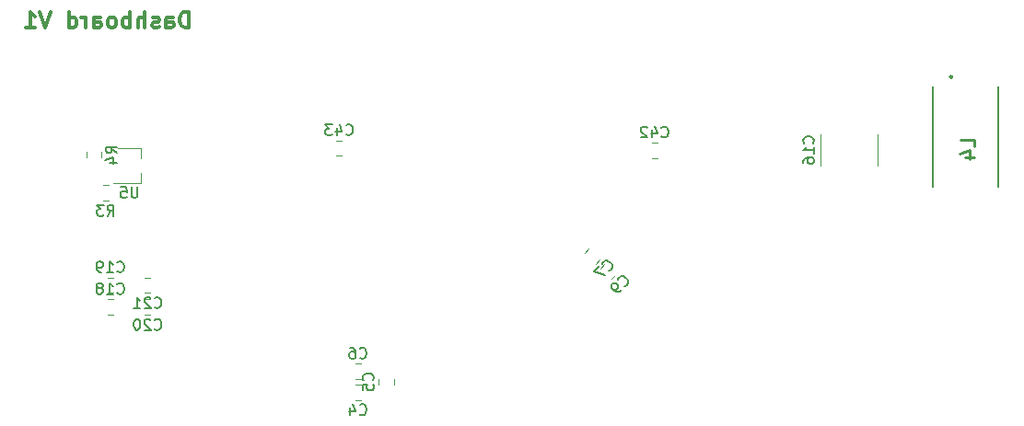
<source format=gbr>
G04 #@! TF.GenerationSoftware,KiCad,Pcbnew,(5.0.2)-1*
G04 #@! TF.CreationDate,2019-03-03T22:50:42-06:00*
G04 #@! TF.ProjectId,Dashboard,44617368-626f-4617-9264-2e6b69636164,rev?*
G04 #@! TF.SameCoordinates,Original*
G04 #@! TF.FileFunction,Legend,Bot*
G04 #@! TF.FilePolarity,Positive*
%FSLAX46Y46*%
G04 Gerber Fmt 4.6, Leading zero omitted, Abs format (unit mm)*
G04 Created by KiCad (PCBNEW (5.0.2)-1) date 3/3/2019 10:50:42 PM*
%MOMM*%
%LPD*%
G01*
G04 APERTURE LIST*
%ADD10C,0.300000*%
%ADD11C,0.120000*%
%ADD12C,0.200000*%
%ADD13C,0.254000*%
%ADD14C,0.150000*%
G04 APERTURE END LIST*
D10*
X141714285Y-54928571D02*
X141714285Y-53428571D01*
X141357142Y-53428571D01*
X141142857Y-53500000D01*
X141000000Y-53642857D01*
X140928571Y-53785714D01*
X140857142Y-54071428D01*
X140857142Y-54285714D01*
X140928571Y-54571428D01*
X141000000Y-54714285D01*
X141142857Y-54857142D01*
X141357142Y-54928571D01*
X141714285Y-54928571D01*
X139571428Y-54928571D02*
X139571428Y-54142857D01*
X139642857Y-54000000D01*
X139785714Y-53928571D01*
X140071428Y-53928571D01*
X140214285Y-54000000D01*
X139571428Y-54857142D02*
X139714285Y-54928571D01*
X140071428Y-54928571D01*
X140214285Y-54857142D01*
X140285714Y-54714285D01*
X140285714Y-54571428D01*
X140214285Y-54428571D01*
X140071428Y-54357142D01*
X139714285Y-54357142D01*
X139571428Y-54285714D01*
X138928571Y-54857142D02*
X138785714Y-54928571D01*
X138500000Y-54928571D01*
X138357142Y-54857142D01*
X138285714Y-54714285D01*
X138285714Y-54642857D01*
X138357142Y-54500000D01*
X138500000Y-54428571D01*
X138714285Y-54428571D01*
X138857142Y-54357142D01*
X138928571Y-54214285D01*
X138928571Y-54142857D01*
X138857142Y-54000000D01*
X138714285Y-53928571D01*
X138500000Y-53928571D01*
X138357142Y-54000000D01*
X137642857Y-54928571D02*
X137642857Y-53428571D01*
X137000000Y-54928571D02*
X137000000Y-54142857D01*
X137071428Y-54000000D01*
X137214285Y-53928571D01*
X137428571Y-53928571D01*
X137571428Y-54000000D01*
X137642857Y-54071428D01*
X136285714Y-54928571D02*
X136285714Y-53428571D01*
X136285714Y-54000000D02*
X136142857Y-53928571D01*
X135857142Y-53928571D01*
X135714285Y-54000000D01*
X135642857Y-54071428D01*
X135571428Y-54214285D01*
X135571428Y-54642857D01*
X135642857Y-54785714D01*
X135714285Y-54857142D01*
X135857142Y-54928571D01*
X136142857Y-54928571D01*
X136285714Y-54857142D01*
X134714285Y-54928571D02*
X134857142Y-54857142D01*
X134928571Y-54785714D01*
X135000000Y-54642857D01*
X135000000Y-54214285D01*
X134928571Y-54071428D01*
X134857142Y-54000000D01*
X134714285Y-53928571D01*
X134500000Y-53928571D01*
X134357142Y-54000000D01*
X134285714Y-54071428D01*
X134214285Y-54214285D01*
X134214285Y-54642857D01*
X134285714Y-54785714D01*
X134357142Y-54857142D01*
X134500000Y-54928571D01*
X134714285Y-54928571D01*
X132928571Y-54928571D02*
X132928571Y-54142857D01*
X133000000Y-54000000D01*
X133142857Y-53928571D01*
X133428571Y-53928571D01*
X133571428Y-54000000D01*
X132928571Y-54857142D02*
X133071428Y-54928571D01*
X133428571Y-54928571D01*
X133571428Y-54857142D01*
X133642857Y-54714285D01*
X133642857Y-54571428D01*
X133571428Y-54428571D01*
X133428571Y-54357142D01*
X133071428Y-54357142D01*
X132928571Y-54285714D01*
X132214285Y-54928571D02*
X132214285Y-53928571D01*
X132214285Y-54214285D02*
X132142857Y-54071428D01*
X132071428Y-54000000D01*
X131928571Y-53928571D01*
X131785714Y-53928571D01*
X130642857Y-54928571D02*
X130642857Y-53428571D01*
X130642857Y-54857142D02*
X130785714Y-54928571D01*
X131071428Y-54928571D01*
X131214285Y-54857142D01*
X131285714Y-54785714D01*
X131357142Y-54642857D01*
X131357142Y-54214285D01*
X131285714Y-54071428D01*
X131214285Y-54000000D01*
X131071428Y-53928571D01*
X130785714Y-53928571D01*
X130642857Y-54000000D01*
X129000000Y-53428571D02*
X128500000Y-54928571D01*
X128000000Y-53428571D01*
X126714285Y-54928571D02*
X127571428Y-54928571D01*
X127142857Y-54928571D02*
X127142857Y-53428571D01*
X127285714Y-53642857D01*
X127428571Y-53785714D01*
X127571428Y-53857142D01*
D11*
G04 #@! TO.C,C7*
X178078025Y-75617883D02*
X178443709Y-75252199D01*
X179082117Y-76621975D02*
X179447801Y-76256291D01*
G04 #@! TO.C,C9*
X180519204Y-78047801D02*
X180884888Y-77682117D01*
X179515112Y-77043709D02*
X179880796Y-76678025D01*
G04 #@! TO.C,C4*
X156967612Y-89158514D02*
X157484768Y-89158514D01*
X156967612Y-87738514D02*
X157484768Y-87738514D01*
G04 #@! TO.C,C5*
X159153690Y-87252436D02*
X159153690Y-87769592D01*
X160573690Y-87252436D02*
X160573690Y-87769592D01*
G04 #@! TO.C,C6*
X157484768Y-87258514D02*
X156967612Y-87258514D01*
X157484768Y-85838514D02*
X156967612Y-85838514D01*
G04 #@! TO.C,C16*
X199757868Y-64757816D02*
X199757868Y-67589312D01*
X204977868Y-64757816D02*
X204977868Y-67589312D01*
G04 #@! TO.C,C18*
X134717448Y-81325162D02*
X134200292Y-81325162D01*
X134717448Y-79905162D02*
X134200292Y-79905162D01*
G04 #@! TO.C,C19*
X134717448Y-77905162D02*
X134200292Y-77905162D01*
X134717448Y-79325162D02*
X134200292Y-79325162D01*
G04 #@! TO.C,C20*
X137637792Y-79905162D02*
X138154948Y-79905162D01*
X137637792Y-81325162D02*
X138154948Y-81325162D01*
G04 #@! TO.C,C21*
X137637792Y-79325162D02*
X138154948Y-79325162D01*
X137637792Y-77905162D02*
X138154948Y-77905162D01*
G04 #@! TO.C,C42*
X184758578Y-65490000D02*
X184241422Y-65490000D01*
X184758578Y-66910000D02*
X184241422Y-66910000D01*
G04 #@! TO.C,C43*
X155758578Y-66710000D02*
X155241422Y-66710000D01*
X155758578Y-65290000D02*
X155241422Y-65290000D01*
D12*
G04 #@! TO.C,L4*
X210117868Y-60323564D02*
X210117868Y-69523564D01*
X216117868Y-69523564D02*
X216117868Y-60323564D01*
D13*
X211855868Y-59437564D02*
G75*
G03X211855868Y-59437564I-91000J0D01*
G01*
D11*
G04 #@! TO.C,R3*
X133762792Y-70825162D02*
X134279948Y-70825162D01*
X133762792Y-69405162D02*
X134279948Y-69405162D01*
G04 #@! TO.C,R4*
X132248870Y-66873740D02*
X132248870Y-66356584D01*
X133668870Y-66873740D02*
X133668870Y-66356584D01*
G04 #@! TO.C,U5*
X137283870Y-69225162D02*
X137283870Y-68315162D01*
X137283870Y-66915162D02*
X137283870Y-66005162D01*
X134708870Y-69225162D02*
X137283870Y-69225162D01*
X135133870Y-66005162D02*
X137283870Y-66005162D01*
G04 #@! TO.C,C7*
D14*
X180300028Y-77238500D02*
X180367371Y-77238500D01*
X180502058Y-77171156D01*
X180569402Y-77103813D01*
X180636745Y-76969125D01*
X180636745Y-76834438D01*
X180603074Y-76733423D01*
X180502058Y-76565064D01*
X180401043Y-76464049D01*
X180232684Y-76363034D01*
X180131669Y-76329362D01*
X179996982Y-76329362D01*
X179862295Y-76396706D01*
X179794951Y-76464049D01*
X179727608Y-76598736D01*
X179727608Y-76666080D01*
X179424562Y-76834438D02*
X178953158Y-77305843D01*
X179963310Y-77709904D01*
G04 #@! TO.C,C9*
X181737115Y-78664326D02*
X181804458Y-78664326D01*
X181939145Y-78596982D01*
X182006489Y-78529639D01*
X182073832Y-78394951D01*
X182073832Y-78260264D01*
X182040161Y-78159249D01*
X181939145Y-77990890D01*
X181838130Y-77889875D01*
X181669771Y-77788860D01*
X181568756Y-77755188D01*
X181434069Y-77755188D01*
X181299382Y-77822532D01*
X181232038Y-77889875D01*
X181164695Y-78024562D01*
X181164695Y-78091906D01*
X181467741Y-79068387D02*
X181333054Y-79203074D01*
X181232038Y-79236745D01*
X181164695Y-79236745D01*
X180996336Y-79203074D01*
X180827977Y-79102058D01*
X180558603Y-78832684D01*
X180524932Y-78731669D01*
X180524932Y-78664326D01*
X180558603Y-78563310D01*
X180693290Y-78428623D01*
X180794306Y-78394951D01*
X180861649Y-78394951D01*
X180962664Y-78428623D01*
X181131023Y-78596982D01*
X181164695Y-78697997D01*
X181164695Y-78765341D01*
X181131023Y-78866356D01*
X180996336Y-79001043D01*
X180895321Y-79034715D01*
X180827977Y-79034715D01*
X180726962Y-79001043D01*
G04 #@! TO.C,C4*
X157392856Y-90455656D02*
X157440475Y-90503275D01*
X157583332Y-90550894D01*
X157678570Y-90550894D01*
X157821428Y-90503275D01*
X157916666Y-90408037D01*
X157964285Y-90312799D01*
X158011904Y-90122323D01*
X158011904Y-89979466D01*
X157964285Y-89788990D01*
X157916666Y-89693752D01*
X157821428Y-89598514D01*
X157678570Y-89550894D01*
X157583332Y-89550894D01*
X157440475Y-89598514D01*
X157392856Y-89646133D01*
X156535713Y-89884228D02*
X156535713Y-90550894D01*
X156773809Y-89503275D02*
X157011904Y-90217561D01*
X156392856Y-90217561D01*
G04 #@! TO.C,C5*
X158570832Y-87344347D02*
X158618451Y-87296728D01*
X158666070Y-87153871D01*
X158666070Y-87058633D01*
X158618451Y-86915775D01*
X158523213Y-86820537D01*
X158427975Y-86772918D01*
X158237499Y-86725299D01*
X158094642Y-86725299D01*
X157904166Y-86772918D01*
X157808928Y-86820537D01*
X157713690Y-86915775D01*
X157666070Y-87058633D01*
X157666070Y-87153871D01*
X157713690Y-87296728D01*
X157761309Y-87344347D01*
X157666070Y-88249109D02*
X157666070Y-87772918D01*
X158142261Y-87725299D01*
X158094642Y-87772918D01*
X158047023Y-87868156D01*
X158047023Y-88106252D01*
X158094642Y-88201490D01*
X158142261Y-88249109D01*
X158237499Y-88296728D01*
X158475594Y-88296728D01*
X158570832Y-88249109D01*
X158618451Y-88201490D01*
X158666070Y-88106252D01*
X158666070Y-87868156D01*
X158618451Y-87772918D01*
X158570832Y-87725299D01*
G04 #@! TO.C,C6*
X157392856Y-85255656D02*
X157440475Y-85303275D01*
X157583332Y-85350894D01*
X157678570Y-85350894D01*
X157821428Y-85303275D01*
X157916666Y-85208037D01*
X157964285Y-85112799D01*
X158011904Y-84922323D01*
X158011904Y-84779466D01*
X157964285Y-84588990D01*
X157916666Y-84493752D01*
X157821428Y-84398514D01*
X157678570Y-84350894D01*
X157583332Y-84350894D01*
X157440475Y-84398514D01*
X157392856Y-84446133D01*
X156535713Y-84350894D02*
X156726190Y-84350894D01*
X156821428Y-84398514D01*
X156869047Y-84446133D01*
X156964285Y-84588990D01*
X157011904Y-84779466D01*
X157011904Y-85160418D01*
X156964285Y-85255656D01*
X156916666Y-85303275D01*
X156821428Y-85350894D01*
X156630951Y-85350894D01*
X156535713Y-85303275D01*
X156488094Y-85255656D01*
X156440475Y-85160418D01*
X156440475Y-84922323D01*
X156488094Y-84827085D01*
X156535713Y-84779466D01*
X156630951Y-84731847D01*
X156821428Y-84731847D01*
X156916666Y-84779466D01*
X156964285Y-84827085D01*
X157011904Y-84922323D01*
G04 #@! TO.C,C16*
X199075010Y-65530706D02*
X199122629Y-65483087D01*
X199170248Y-65340230D01*
X199170248Y-65244992D01*
X199122629Y-65102135D01*
X199027391Y-65006897D01*
X198932153Y-64959278D01*
X198741677Y-64911659D01*
X198598820Y-64911659D01*
X198408344Y-64959278D01*
X198313106Y-65006897D01*
X198217868Y-65102135D01*
X198170248Y-65244992D01*
X198170248Y-65340230D01*
X198217868Y-65483087D01*
X198265487Y-65530706D01*
X199170248Y-66483087D02*
X199170248Y-65911659D01*
X199170248Y-66197373D02*
X198170248Y-66197373D01*
X198313106Y-66102135D01*
X198408344Y-66006897D01*
X198455963Y-65911659D01*
X198170248Y-67340230D02*
X198170248Y-67149754D01*
X198217868Y-67054516D01*
X198265487Y-67006897D01*
X198408344Y-66911659D01*
X198598820Y-66864040D01*
X198979772Y-66864040D01*
X199075010Y-66911659D01*
X199122629Y-66959278D01*
X199170248Y-67054516D01*
X199170248Y-67244992D01*
X199122629Y-67340230D01*
X199075010Y-67387849D01*
X198979772Y-67435468D01*
X198741677Y-67435468D01*
X198646439Y-67387849D01*
X198598820Y-67340230D01*
X198551201Y-67244992D01*
X198551201Y-67054516D01*
X198598820Y-66959278D01*
X198646439Y-66911659D01*
X198741677Y-66864040D01*
G04 #@! TO.C,C18*
X135101727Y-79322304D02*
X135149346Y-79369923D01*
X135292203Y-79417542D01*
X135387441Y-79417542D01*
X135530298Y-79369923D01*
X135625536Y-79274685D01*
X135673155Y-79179447D01*
X135720774Y-78988971D01*
X135720774Y-78846114D01*
X135673155Y-78655638D01*
X135625536Y-78560400D01*
X135530298Y-78465162D01*
X135387441Y-78417542D01*
X135292203Y-78417542D01*
X135149346Y-78465162D01*
X135101727Y-78512781D01*
X134149346Y-79417542D02*
X134720774Y-79417542D01*
X134435060Y-79417542D02*
X134435060Y-78417542D01*
X134530298Y-78560400D01*
X134625536Y-78655638D01*
X134720774Y-78703257D01*
X133577917Y-78846114D02*
X133673155Y-78798495D01*
X133720774Y-78750876D01*
X133768393Y-78655638D01*
X133768393Y-78608019D01*
X133720774Y-78512781D01*
X133673155Y-78465162D01*
X133577917Y-78417542D01*
X133387441Y-78417542D01*
X133292203Y-78465162D01*
X133244584Y-78512781D01*
X133196965Y-78608019D01*
X133196965Y-78655638D01*
X133244584Y-78750876D01*
X133292203Y-78798495D01*
X133387441Y-78846114D01*
X133577917Y-78846114D01*
X133673155Y-78893733D01*
X133720774Y-78941352D01*
X133768393Y-79036590D01*
X133768393Y-79227066D01*
X133720774Y-79322304D01*
X133673155Y-79369923D01*
X133577917Y-79417542D01*
X133387441Y-79417542D01*
X133292203Y-79369923D01*
X133244584Y-79322304D01*
X133196965Y-79227066D01*
X133196965Y-79036590D01*
X133244584Y-78941352D01*
X133292203Y-78893733D01*
X133387441Y-78846114D01*
G04 #@! TO.C,C19*
X135101727Y-77322304D02*
X135149346Y-77369923D01*
X135292203Y-77417542D01*
X135387441Y-77417542D01*
X135530298Y-77369923D01*
X135625536Y-77274685D01*
X135673155Y-77179447D01*
X135720774Y-76988971D01*
X135720774Y-76846114D01*
X135673155Y-76655638D01*
X135625536Y-76560400D01*
X135530298Y-76465162D01*
X135387441Y-76417542D01*
X135292203Y-76417542D01*
X135149346Y-76465162D01*
X135101727Y-76512781D01*
X134149346Y-77417542D02*
X134720774Y-77417542D01*
X134435060Y-77417542D02*
X134435060Y-76417542D01*
X134530298Y-76560400D01*
X134625536Y-76655638D01*
X134720774Y-76703257D01*
X133673155Y-77417542D02*
X133482679Y-77417542D01*
X133387441Y-77369923D01*
X133339822Y-77322304D01*
X133244584Y-77179447D01*
X133196965Y-76988971D01*
X133196965Y-76608019D01*
X133244584Y-76512781D01*
X133292203Y-76465162D01*
X133387441Y-76417542D01*
X133577917Y-76417542D01*
X133673155Y-76465162D01*
X133720774Y-76512781D01*
X133768393Y-76608019D01*
X133768393Y-76846114D01*
X133720774Y-76941352D01*
X133673155Y-76988971D01*
X133577917Y-77036590D01*
X133387441Y-77036590D01*
X133292203Y-76988971D01*
X133244584Y-76941352D01*
X133196965Y-76846114D01*
G04 #@! TO.C,C20*
X138539227Y-82622304D02*
X138586846Y-82669923D01*
X138729703Y-82717542D01*
X138824941Y-82717542D01*
X138967798Y-82669923D01*
X139063036Y-82574685D01*
X139110655Y-82479447D01*
X139158274Y-82288971D01*
X139158274Y-82146114D01*
X139110655Y-81955638D01*
X139063036Y-81860400D01*
X138967798Y-81765162D01*
X138824941Y-81717542D01*
X138729703Y-81717542D01*
X138586846Y-81765162D01*
X138539227Y-81812781D01*
X138158274Y-81812781D02*
X138110655Y-81765162D01*
X138015417Y-81717542D01*
X137777322Y-81717542D01*
X137682084Y-81765162D01*
X137634465Y-81812781D01*
X137586846Y-81908019D01*
X137586846Y-82003257D01*
X137634465Y-82146114D01*
X138205893Y-82717542D01*
X137586846Y-82717542D01*
X136967798Y-81717542D02*
X136872560Y-81717542D01*
X136777322Y-81765162D01*
X136729703Y-81812781D01*
X136682084Y-81908019D01*
X136634465Y-82098495D01*
X136634465Y-82336590D01*
X136682084Y-82527066D01*
X136729703Y-82622304D01*
X136777322Y-82669923D01*
X136872560Y-82717542D01*
X136967798Y-82717542D01*
X137063036Y-82669923D01*
X137110655Y-82622304D01*
X137158274Y-82527066D01*
X137205893Y-82336590D01*
X137205893Y-82098495D01*
X137158274Y-81908019D01*
X137110655Y-81812781D01*
X137063036Y-81765162D01*
X136967798Y-81717542D01*
G04 #@! TO.C,C21*
X138539227Y-80622304D02*
X138586846Y-80669923D01*
X138729703Y-80717542D01*
X138824941Y-80717542D01*
X138967798Y-80669923D01*
X139063036Y-80574685D01*
X139110655Y-80479447D01*
X139158274Y-80288971D01*
X139158274Y-80146114D01*
X139110655Y-79955638D01*
X139063036Y-79860400D01*
X138967798Y-79765162D01*
X138824941Y-79717542D01*
X138729703Y-79717542D01*
X138586846Y-79765162D01*
X138539227Y-79812781D01*
X138158274Y-79812781D02*
X138110655Y-79765162D01*
X138015417Y-79717542D01*
X137777322Y-79717542D01*
X137682084Y-79765162D01*
X137634465Y-79812781D01*
X137586846Y-79908019D01*
X137586846Y-80003257D01*
X137634465Y-80146114D01*
X138205893Y-80717542D01*
X137586846Y-80717542D01*
X136634465Y-80717542D02*
X137205893Y-80717542D01*
X136920179Y-80717542D02*
X136920179Y-79717542D01*
X137015417Y-79860400D01*
X137110655Y-79955638D01*
X137205893Y-80003257D01*
G04 #@! TO.C,C42*
X185142857Y-64907142D02*
X185190476Y-64954761D01*
X185333333Y-65002380D01*
X185428571Y-65002380D01*
X185571428Y-64954761D01*
X185666666Y-64859523D01*
X185714285Y-64764285D01*
X185761904Y-64573809D01*
X185761904Y-64430952D01*
X185714285Y-64240476D01*
X185666666Y-64145238D01*
X185571428Y-64050000D01*
X185428571Y-64002380D01*
X185333333Y-64002380D01*
X185190476Y-64050000D01*
X185142857Y-64097619D01*
X184285714Y-64335714D02*
X184285714Y-65002380D01*
X184523809Y-63954761D02*
X184761904Y-64669047D01*
X184142857Y-64669047D01*
X183809523Y-64097619D02*
X183761904Y-64050000D01*
X183666666Y-64002380D01*
X183428571Y-64002380D01*
X183333333Y-64050000D01*
X183285714Y-64097619D01*
X183238095Y-64192857D01*
X183238095Y-64288095D01*
X183285714Y-64430952D01*
X183857142Y-65002380D01*
X183238095Y-65002380D01*
G04 #@! TO.C,C43*
X156142857Y-64707142D02*
X156190476Y-64754761D01*
X156333333Y-64802380D01*
X156428571Y-64802380D01*
X156571428Y-64754761D01*
X156666666Y-64659523D01*
X156714285Y-64564285D01*
X156761904Y-64373809D01*
X156761904Y-64230952D01*
X156714285Y-64040476D01*
X156666666Y-63945238D01*
X156571428Y-63850000D01*
X156428571Y-63802380D01*
X156333333Y-63802380D01*
X156190476Y-63850000D01*
X156142857Y-63897619D01*
X155285714Y-64135714D02*
X155285714Y-64802380D01*
X155523809Y-63754761D02*
X155761904Y-64469047D01*
X155142857Y-64469047D01*
X154857142Y-63802380D02*
X154238095Y-63802380D01*
X154571428Y-64183333D01*
X154428571Y-64183333D01*
X154333333Y-64230952D01*
X154285714Y-64278571D01*
X154238095Y-64373809D01*
X154238095Y-64611904D01*
X154285714Y-64707142D01*
X154333333Y-64754761D01*
X154428571Y-64802380D01*
X154714285Y-64802380D01*
X154809523Y-64754761D01*
X154857142Y-64707142D01*
G04 #@! TO.C,L4*
D13*
X213860391Y-65838897D02*
X213860391Y-65234135D01*
X212590391Y-65234135D01*
X213013725Y-66806516D02*
X213860391Y-66806516D01*
X212529915Y-66504135D02*
X213437058Y-66201754D01*
X213437058Y-66987944D01*
G04 #@! TO.C,R3*
D14*
X134188036Y-72217542D02*
X134521370Y-71741352D01*
X134759465Y-72217542D02*
X134759465Y-71217542D01*
X134378512Y-71217542D01*
X134283274Y-71265162D01*
X134235655Y-71312781D01*
X134188036Y-71408019D01*
X134188036Y-71550876D01*
X134235655Y-71646114D01*
X134283274Y-71693733D01*
X134378512Y-71741352D01*
X134759465Y-71741352D01*
X133854703Y-71217542D02*
X133235655Y-71217542D01*
X133568989Y-71598495D01*
X133426131Y-71598495D01*
X133330893Y-71646114D01*
X133283274Y-71693733D01*
X133235655Y-71788971D01*
X133235655Y-72027066D01*
X133283274Y-72122304D01*
X133330893Y-72169923D01*
X133426131Y-72217542D01*
X133711846Y-72217542D01*
X133807084Y-72169923D01*
X133854703Y-72122304D01*
G04 #@! TO.C,R4*
X135061250Y-66448495D02*
X134585060Y-66115162D01*
X135061250Y-65877066D02*
X134061250Y-65877066D01*
X134061250Y-66258019D01*
X134108870Y-66353257D01*
X134156489Y-66400876D01*
X134251727Y-66448495D01*
X134394584Y-66448495D01*
X134489822Y-66400876D01*
X134537441Y-66353257D01*
X134585060Y-66258019D01*
X134585060Y-65877066D01*
X134394584Y-67305638D02*
X135061250Y-67305638D01*
X134013631Y-67067542D02*
X134727917Y-66829447D01*
X134727917Y-67448495D01*
G04 #@! TO.C,U5*
X136970774Y-69567542D02*
X136970774Y-70377066D01*
X136923155Y-70472304D01*
X136875536Y-70519923D01*
X136780298Y-70567542D01*
X136589822Y-70567542D01*
X136494584Y-70519923D01*
X136446965Y-70472304D01*
X136399346Y-70377066D01*
X136399346Y-69567542D01*
X135446965Y-69567542D02*
X135923155Y-69567542D01*
X135970774Y-70043733D01*
X135923155Y-69996114D01*
X135827917Y-69948495D01*
X135589822Y-69948495D01*
X135494584Y-69996114D01*
X135446965Y-70043733D01*
X135399346Y-70138971D01*
X135399346Y-70377066D01*
X135446965Y-70472304D01*
X135494584Y-70519923D01*
X135589822Y-70567542D01*
X135827917Y-70567542D01*
X135923155Y-70519923D01*
X135970774Y-70472304D01*
G04 #@! TD*
M02*

</source>
